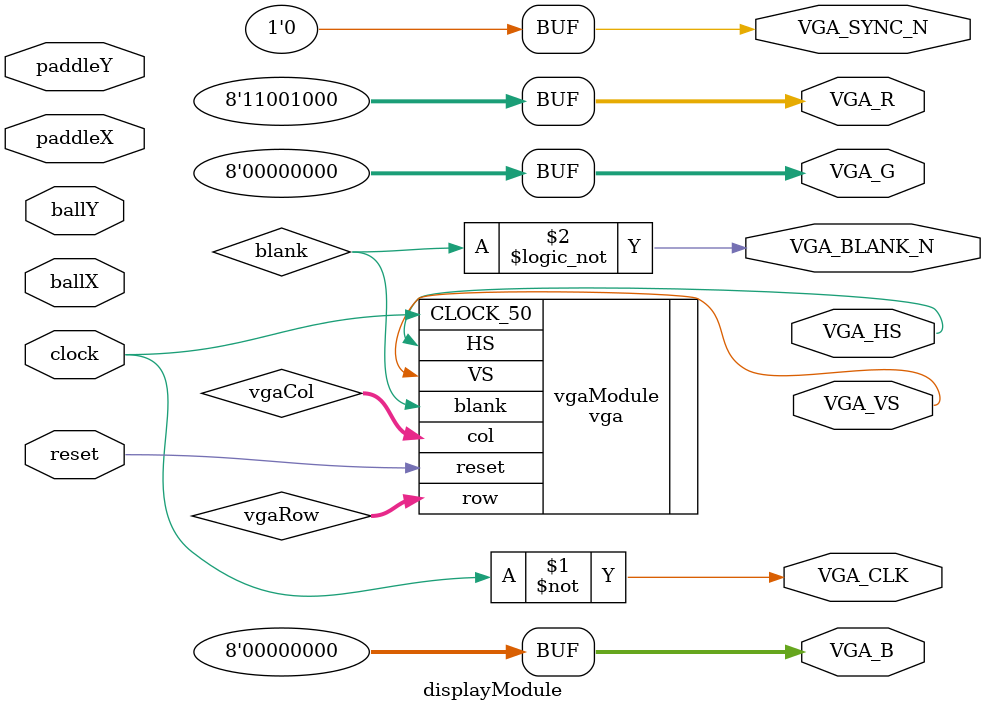
<source format=sv>
module displayModule
    (input logic [9:0] ballX, ballY,
    input logic [9:0] paddleX, paddleY,
    input logic reset, clock,
    output logic [7:0] VGA_R, VGA_G, VGA_B,
    output logic VGA_BLANK_N, VGA_CLK, VGA_SYNC_N,
    output logic VGA_VS, VGA_HS);
	 

    assign VGA_CLK = ~clock;
    assign VGA_SYNC_N = 1'b0;

    logic blank;
    assign VGA_BLANK_N = !blank;
	 
	 logic [9:0] vgaRow, vgaCol;

    vga vgaModule(.CLOCK_50(clock), .reset(reset), .HS(VGA_HS), .VS(VGA_VS), 
                  .blank, .row(vgaRow), .col(vgaCol));

    assign VGA_R = 200;//(col >= 10'd320 && col <= 10'd639 && row > 10'd240 && row < 10'd479) ? 8'hFF : 8'h00;
    assign VGA_G = 0;//(((col >= 10'd160 && col <= 10'd319) || (col >= 10'd480 && col <= 10'd639)) && row > 10'd240 && row < 10'd479) ? 8'hFF : 8'h00;
    assign VGA_B = 0;//(((col >= 10'd80 && col <= 10'd159) || (col >= 10'd240 && col <= 10'd319) || (col >= 10'd400 && col <= 10'd479) || (col >= 10'd560 && col <= 10'd639)) && row > 10'd240 && row < 10'd479) ? 8'hFF : 8'h00;

endmodule: displayModule
</source>
